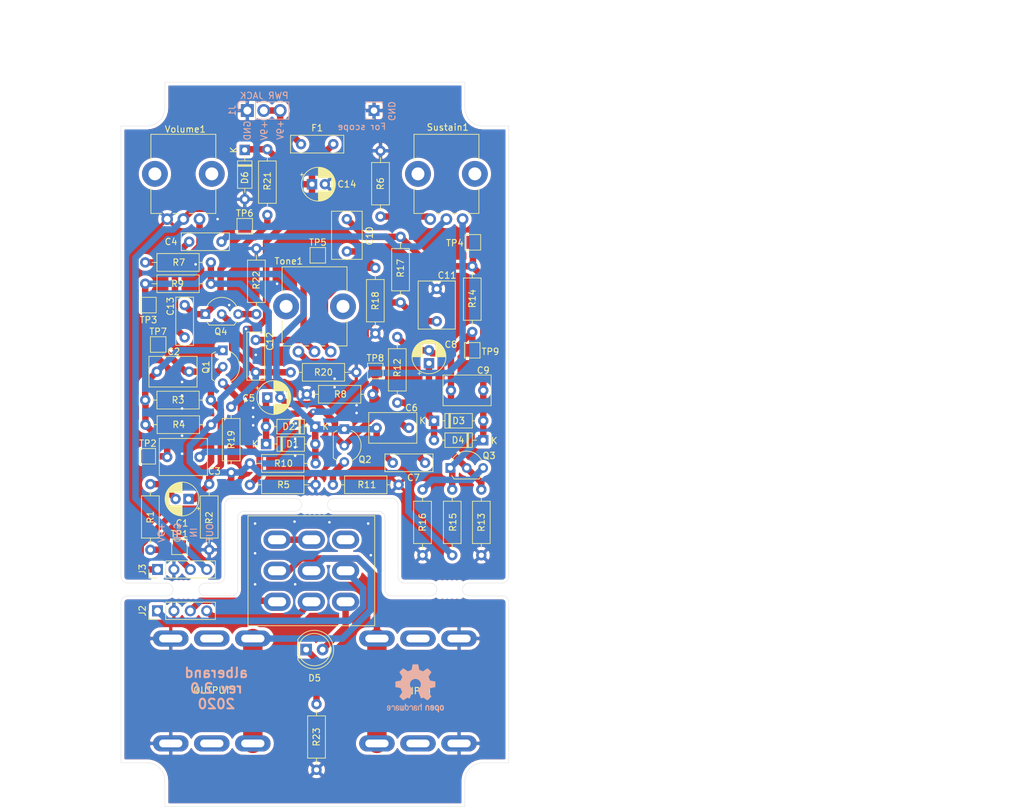
<source format=kicad_pcb>
(kicad_pcb (version 20171130) (host pcbnew 5.1.9)
  (title_block (title "Guitar Fuzz Pedal") (date 2020-08-29) (company alberand))
  (layers (0 F.Cu signal) (31 B.Cu signal) (34 B.Paste user hide) (35 F.Paste user hide) (36 B.SilkS user) (37 F.SilkS user) (38 B.Mask user hide) (39 F.Mask user hide) (44 Edge.Cuts user))
  (net 0 "")
  (net 1 GND)
  (net 2 "Net-(C1-Pad2)")
  (net 3 "Net-(C1-Pad1)")
  (net 4 "Net-(C2-Pad1)")
  (net 5 "Net-(C3-Pad1)")
  (net 6 "Net-(C4-Pad2)")
  (net 7 "Net-(C4-Pad1)")
  (net 8 "Net-(C5-Pad2)")
  (net 9 "Net-(C5-Pad1)")
  (net 10 "Net-(C6-Pad1)")
  (net 11 "Net-(C7-Pad1)")
  (net 12 "Net-(C8-Pad2)")
  (net 13 "Net-(C8-Pad1)")
  (net 14 "Net-(C10-Pad2)")
  (net 15 "Net-(C10-Pad1)")
  (net 16 "Net-(C11-Pad1)")
  (net 17 "Net-(C12-Pad2)")
  (net 18 "Net-(C12-Pad1)")
  (net 19 "Net-(C13-Pad2)")
  (net 20 "Net-(C13-Pad1)")
  (net 21 +9V)
  (net 22 "Net-(D5-Pad1)")
  (net 23 "Net-(Q1-Pad3)")
  (net 24 "Net-(Q2-Pad3)")
  (net 25 "Net-(Q3-Pad3)")
  (net 26 "Net-(Q4-Pad3)")
  (net 27 /INPUT)
  (net 28 "Net-(R6-Pad1)")
  (net 29 /OUTPUT)
  (net 30 "Net-(J5-PadT)")
  (net 31 "Net-(S1-Pad1)")
  (net 32 "Net-(J4-PadT)")
  (net 33 "Net-(D5-Pad2)")
  (net 34 "Net-(S1-Pad7)")
  (net 35 "Net-(F1-Pad1)")
  (module bigmuffpi:SF17020F-0302-21R-L (layer F.Cu) (at 146.6 123.9)
    (fp_text reference S1 hide)
    (fp_text value 3PDT-foot-switch)
    (pad 7 thru_hole oval (at 5.3 -4.8) (size 4.2 2.8) (drill oval 2.8 1.4) (layers *.Cu *.Mask) (net 34 "Net-(S1-Pad7)"))
    (pad 9 thru_hole oval (at 5.3 4.8) (size 4.2 2.8) (drill oval 2.8 1.4) (layers *.Cu *.Mask) (net 33 "Net-(D5-Pad2)"))
    (pad 8 thru_hole oval (at 5.3 0) (size 4.2 2.8) (drill oval 2.8 1.4) (layers *.Cu *.Mask) (net 21 +9V))
    (pad 6 thru_hole oval (at 0 4.8) (size 4.2 2.8) (drill oval 2.8 1.4) (layers *.Cu *.Mask) (net 29 /OUTPUT))
    (pad 2 thru_hole oval (at -5.3 0) (size 4.2 2.8) (drill oval 2.8 1.4) (layers *.Cu *.Mask) (net 30 "Net-(J5-PadT)"))
    (pad 4 thru_hole oval (at 0 -4.8) (size 4.2 2.8) (drill oval 2.8 1.4) (layers *.Cu *.Mask) (net 31 "Net-(S1-Pad1)"))
    (pad 3 thru_hole oval (at -5.3 4.8) (size 4.2 2.8) (drill oval 2.8 1.4) (layers *.Cu *.Mask) (net 27 /INPUT))
    (pad 1 thru_hole oval (at -5.3 -4.8) (size 4.2 2.8) (drill oval 2.8 1.4) (layers *.Cu *.Mask) (net 31 "Net-(S1-Pad1)"))
    (pad 5 thru_hole oval (at 0 0) (size 4.2 2.8) (drill oval 2.8 1.4) (layers *.Cu *.Mask) (net 32 "Net-(J4-PadT)"))
  )
  (module Connector_PinHeader_2.54mm:PinHeader_1x03_P2.54mm_Vertical (layer B.Cu) (at 136.7 52.7 270)
    (fp_text reference J1 (at 0 2.33 270) (layer B.SilkS) (effects (justify mirror)))
    (fp_text value "PWR JACK" (at -2.3 -2.6 180) (layer B.SilkS) (effects (justify mirror)))
    (pad 3 thru_hole oval (at 0 -5.08 270) (size 2 2) (drill 1.2) (layers *.Cu *.Mask) (net 35 "Net-(F1-Pad1)"))
    (pad 2 thru_hole oval (at 0 -2.54 270) (size 2 2) (drill 1.2) (layers *.Cu *.Mask) (net 35 "Net-(F1-Pad1)"))
    (pad 1 thru_hole rect (at 0 0 270) (size 2 2) (drill 1.2) (layers *.Cu *.Mask) (net 1 GND))
  )
  (module bigmuffpi:NMJ6HC-S (layer F.Cu) (at 163.1 142.5)
    (fp_text reference INPUT (at 0 0) (layer F.SilkS))
    (fp_text value INPUT)
    (pad R thru_hole oval (at 0 -8.115) (size 5.5 2.5) (drill oval 3.6 1.2) (layers *.Cu *.Mask))
    (pad R thru_hole oval (at 0 8.115) (size 5.5 2.5) (drill oval 3.6 1.2) (layers *.Cu *.Mask))
    (pad S thru_hole oval (at 6.35 8.115) (size 5.5 2.5) (drill oval 3.6 1.2) (layers *.Cu *.Mask) (net 1 GND))
    (pad T thru_hole oval (at -6.35 8.115) (size 5.5 2.5) (drill oval 3.6 1.2) (layers *.Cu *.Mask) (net 30 "Net-(J5-PadT)"))
    (pad S thru_hole oval (at 6.35 -8.115) (size 5.5 2.5) (drill oval 3.6 1.2) (layers *.Cu *.Mask) (net 1 GND))
    (pad T thru_hole oval (at -6.35 -8.115) (size 5.5 2.5) (drill oval 3.6 1.2) (layers *.Cu *.Mask) (net 30 "Net-(J5-PadT)"))
  )
  (module bigmuffpi:NMJ6HC-S (layer F.Cu) (at 131.2 142.5 180)
    (fp_text reference OUTPUT (at 0 0.1) (layer F.SilkS))
    (fp_text value OUTPUT)
    (pad R thru_hole oval (at 0 -8.115 180) (size 5.5 2.5) (drill oval 3.6 1.2) (layers *.Cu *.Mask))
    (pad R thru_hole oval (at 0 8.115 180) (size 5.5 2.5) (drill oval 3.6 1.2) (layers *.Cu *.Mask))
    (pad S thru_hole oval (at 6.35 8.115 180) (size 5.5 2.5) (drill oval 3.6 1.2) (layers *.Cu *.Mask) (net 1 GND))
    (pad T thru_hole oval (at -6.35 8.115 180) (size 5.5 2.5) (drill oval 3.6 1.2) (layers *.Cu *.Mask) (net 32 "Net-(J4-PadT)"))
    (pad S thru_hole oval (at 6.35 -8.115 180) (size 5.5 2.5) (drill oval 3.6 1.2) (layers *.Cu *.Mask) (net 1 GND))
    (pad T thru_hole oval (at -6.35 -8.115 180) (size 5.5 2.5) (drill oval 3.6 1.2) (layers *.Cu *.Mask) (net 32 "Net-(J4-PadT)"))
  )
  (module Potentiometer_THT:Potentiometer_Alps_RK09K_Single_Vertical (layer F.Cu) (at 126.8 62 90)
    (fp_text reference Volume1 (at 6.4 0.3 180) (layer F.SilkS))
    (fp_text value 100K)
    (pad "" np_thru_hole circle (at -0.5 4.4 90) (size 4 4) (drill 2) (layers *.Cu *.Mask))
    (pad "" np_thru_hole circle (at -0.5 -4.4 90) (size 4 4) (drill 2) (layers *.Cu *.Mask))
    (pad 1 thru_hole circle (at -7.5 2.5 90) (size 1.8 1.8) (drill 1) (layers *.Cu *.Mask) (net 20 "Net-(C13-Pad1)"))
    (pad 2 thru_hole circle (at -7.5 0 90) (size 1.8 1.8) (drill 1) (layers *.Cu *.Mask) (net 29 /OUTPUT))
    (pad 3 thru_hole circle (at -7.5 -2.5 90) (size 1.8 1.8) (drill 1) (layers *.Cu *.Mask) (net 1 GND))
  )
  (module Potentiometer_THT:Potentiometer_Alps_RK09K_Single_Vertical (layer F.Cu) (at 167.5 62 90)
    (fp_text reference Sustain1 (at 6.7 0.2) (layer F.SilkS))
    (fp_text value 100K)
    (pad "" np_thru_hole circle (at -0.5 4.4 90) (size 4 4) (drill 2) (layers *.Cu *.Mask))
    (pad "" np_thru_hole circle (at -0.5 -4.4 90) (size 4 4) (drill 2) (layers *.Cu *.Mask))
    (pad 1 thru_hole circle (at -7.5 2.5 90) (size 1.8 1.8) (drill 1) (layers *.Cu *.Mask) (net 5 "Net-(C3-Pad1)"))
    (pad 2 thru_hole circle (at -7.5 0 90) (size 1.8 1.8) (drill 1) (layers *.Cu *.Mask) (net 6 "Net-(C4-Pad2)"))
    (pad 3 thru_hole circle (at -7.5 -2.5 90) (size 1.8 1.8) (drill 1) (layers *.Cu *.Mask) (net 28 "Net-(R6-Pad1)"))
  )
  (module MouseBite:mouse-bite-2mm-slot (layer F.Cu) (at 127.2 126.8)
    (fp_text reference mouse-bite-2mm-slot hide)
    (fp_text value VAL** hide)
    (pad "" np_thru_hole circle (at 1.5 0.75) (size 0.5 0.5) (drill 0.5) (layers *.Cu *.Mask))
    (pad "" np_thru_hole circle (at -1.5 0.75) (size 0.5 0.5) (drill 0.5) (layers *.Cu *.Mask))
    (pad "" np_thru_hole circle (at -1.5 -0.75) (size 0.5 0.5) (drill 0.5) (layers *.Cu *.Mask))
    (pad "" np_thru_hole circle (at 1.5 -0.75) (size 0.5 0.5) (drill 0.5) (layers *.Cu *.Mask))
    (pad "" np_thru_hole circle (at 0 -0.75) (size 0.5 0.5) (drill 0.5) (layers *.Cu *.Mask))
    (pad "" np_thru_hole circle (at 0 0.75) (size 0.5 0.5) (drill 0.5) (layers *.Cu *.Mask))
    (pad "" np_thru_hole circle (at 0.75 -0.75) (size 0.5 0.5) (drill 0.5) (layers *.Cu *.Mask))
    (pad "" np_thru_hole circle (at -0.75 -0.75) (size 0.5 0.5) (drill 0.5) (layers *.Cu *.Mask))
    (pad "" np_thru_hole circle (at -0.75 0.75) (size 0.5 0.5) (drill 0.5) (layers *.Cu *.Mask))
    (pad "" np_thru_hole circle (at 0.75 0.75) (size 0.5 0.5) (drill 0.5) (layers *.Cu *.Mask))
  )
  (module MouseBite:mouse-bite-2mm-slot (layer F.Cu) (at 147.1 113.7)
    (fp_text reference mouse-bite-2mm-slot hide)
    (fp_text value VAL** hide)
    (pad "" np_thru_hole circle (at 0.75 0.75) (size 0.5 0.5) (drill 0.5) (layers *.Cu *.Mask))
    (pad "" np_thru_hole circle (at -0.75 0.75) (size 0.5 0.5) (drill 0.5) (layers *.Cu *.Mask))
    (pad "" np_thru_hole circle (at -0.75 -0.75) (size 0.5 0.5) (drill 0.5) (layers *.Cu *.Mask))
    (pad "" np_thru_hole circle (at 0.75 -0.75) (size 0.5 0.5) (drill 0.5) (layers *.Cu *.Mask))
    (pad "" np_thru_hole circle (at 0 0.75) (size 0.5 0.5) (drill 0.5) (layers *.Cu *.Mask))
    (pad "" np_thru_hole circle (at 0 -0.75) (size 0.5 0.5) (drill 0.5) (layers *.Cu *.Mask))
    (pad "" np_thru_hole circle (at 1.5 -0.75) (size 0.5 0.5) (drill 0.5) (layers *.Cu *.Mask))
    (pad "" np_thru_hole circle (at -1.5 -0.75) (size 0.5 0.5) (drill 0.5) (layers *.Cu *.Mask))
    (pad "" np_thru_hole circle (at -1.5 0.75) (size 0.5 0.5) (drill 0.5) (layers *.Cu *.Mask))
    (pad "" np_thru_hole circle (at 1.5 0.75) (size 0.5 0.5) (drill 0.5) (layers *.Cu *.Mask))
  )
  (module MouseBite:mouse-bite-2mm-slot (layer F.Cu) (at 168 126.8)
    (fp_text reference mouse-bite-2mm-slot hide)
    (fp_text value VAL** hide)
    (pad "" np_thru_hole circle (at 0.75 0.75) (size 0.5 0.5) (drill 0.5) (layers *.Cu *.Mask))
    (pad "" np_thru_hole circle (at -0.75 0.75) (size 0.5 0.5) (drill 0.5) (layers *.Cu *.Mask))
    (pad "" np_thru_hole circle (at -0.75 -0.75) (size 0.5 0.5) (drill 0.5) (layers *.Cu *.Mask))
    (pad "" np_thru_hole circle (at 0.75 -0.75) (size 0.5 0.5) (drill 0.5) (layers *.Cu *.Mask))
    (pad "" np_thru_hole circle (at 0 0.75) (size 0.5 0.5) (drill 0.5) (layers *.Cu *.Mask))
    (pad "" np_thru_hole circle (at 0 -0.75) (size 0.5 0.5) (drill 0.5) (layers *.Cu *.Mask))
    (pad "" np_thru_hole circle (at 1.5 -0.75) (size 0.5 0.5) (drill 0.5) (layers *.Cu *.Mask))
    (pad "" np_thru_hole circle (at -1.5 -0.75) (size 0.5 0.5) (drill 0.5) (layers *.Cu *.Mask))
    (pad "" np_thru_hole circle (at -1.5 0.75) (size 0.5 0.5) (drill 0.5) (layers *.Cu *.Mask))
    (pad "" np_thru_hole circle (at 1.5 0.75) (size 0.5 0.5) (drill 0.5) (layers *.Cu *.Mask))
  )
  (module Symbol:OSHW-Logo2_9.8x8mm_SilkScreen (layer B.Cu) (at 162.7 142.1 180)
    (fp_text reference REF** hide)
    (fp_text value OSHW-Logo2_9.8x8mm_SilkScreen hide)
  )
  (module Resistor_THT:R_Axial_DIN0207_L6.3mm_D2.5mm_P10.16mm_Horizontal (layer F.Cu) (at 156.5 87.2 90)
    (fp_text reference R18 (at 5.06 0 90) (layer F.SilkS))
    (fp_text value 22K)
    (pad 2 thru_hole oval (at 10.16 0 90) (size 1.6 1.6) (drill 0.8) (layers *.Cu *.Mask) (net 15 "Net-(C10-Pad1)"))
    (pad 1 thru_hole circle (at 0 0 90) (size 1.6 1.6) (drill 0.8) (layers *.Cu *.Mask) (net 1 GND))
  )
  (module TestPoint:TestPoint_Pad_2.0x2.0mm (layer F.Cu) (at 171.6 73.1 90)
    (fp_text reference TP4 (at -0.1 -2.8 180) (layer F.SilkS))
    (fp_text value TestPoint)
    (pad 1 smd rect (at 0 0 90) (size 2 2) (layers F.Cu F.Mask) (net 14 "Net-(C10-Pad2)"))
  )
  (module Capacitor_THT:C_Rect_L7.2mm_W4.5mm_P5.00mm_FKS2_FKP2_MKS2_MKP2 (layer F.Cu) (at 173.2 96 180)
    (fp_text reference C9 (at 0 3.1) (layer F.SilkS))
    (fp_text value 470pF)
    (pad 2 thru_hole circle (at 5 0 180) (size 1.6 1.6) (drill 0.8) (layers *.Cu *.Mask) (net 12 "Net-(C8-Pad2)"))
    (pad 1 thru_hole circle (at 0 0 180) (size 1.6 1.6) (drill 0.8) (layers *.Cu *.Mask) (net 14 "Net-(C10-Pad2)"))
  )
  (module Capacitor_THT:C_Rect_L7.2mm_W4.5mm_P5.00mm_FKS2_FKP2_MKS2_MKP2 (layer F.Cu) (at 156.7 101.8)
    (fp_text reference C6 (at 5.4 -3.1) (layer F.SilkS))
    (fp_text value 470pF)
    (pad 2 thru_hole circle (at 5 0) (size 1.6 1.6) (drill 0.8) (layers *.Cu *.Mask) (net 8 "Net-(C5-Pad2)"))
    (pad 1 thru_hole circle (at 0 0) (size 1.6 1.6) (drill 0.8) (layers *.Cu *.Mask) (net 10 "Net-(C6-Pad1)"))
  )
  (module Resistor_THT:R_Axial_DIN0207_L6.3mm_D2.5mm_P10.16mm_Horizontal (layer F.Cu) (at 160.1 110.6 180)
    (fp_text reference R11 (at 4.9 0) (layer F.SilkS))
    (fp_text value 150)
    (pad 2 thru_hole oval (at 10.16 0 180) (size 1.6 1.6) (drill 0.8) (layers *.Cu *.Mask) (net 24 "Net-(Q2-Pad3)"))
    (pad 1 thru_hole circle (at 0 0 180) (size 1.6 1.6) (drill 0.8) (layers *.Cu *.Mask) (net 1 GND))
  )
  (module Capacitor_THT:C_Rect_L7.2mm_W2.5mm_P5.00mm_FKS2_FKP2_MKS2_MKP2 (layer F.Cu) (at 127 87.8 90)
    (fp_text reference C13 (at 4.8 -2.2 90) (layer F.SilkS))
    (fp_text value 100nF)
    (pad 2 thru_hole circle (at 5 0 90) (size 1.6 1.6) (drill 0.8) (layers *.Cu *.Mask) (net 19 "Net-(C13-Pad2)"))
    (pad 1 thru_hole circle (at 0 0 90) (size 1.6 1.6) (drill 0.8) (layers *.Cu *.Mask) (net 20 "Net-(C13-Pad1)"))
  )
  (module Capacitor_THT:C_Rect_L7.2mm_W2.5mm_P5.00mm_FKS2_FKP2_MKS2_MKP2 (layer F.Cu) (at 138 93.2 90)
    (fp_text reference C12 (at 4.8 2.2 90) (layer F.SilkS))
    (fp_text value 100nF)
    (pad 2 thru_hole circle (at 5 0 90) (size 1.6 1.6) (drill 0.8) (layers *.Cu *.Mask) (net 17 "Net-(C12-Pad2)"))
    (pad 1 thru_hole circle (at 0 0 90) (size 1.6 1.6) (drill 0.8) (layers *.Cu *.Mask) (net 18 "Net-(C12-Pad1)"))
  )
  (module Capacitor_THT:C_Rect_L7.2mm_W5.5mm_P5.00mm_FKS2_FKP2_MKS2_MKP2 (layer F.Cu) (at 166 85.3 90)
    (fp_text reference C11 (at 7.1 1.6 180) (layer F.SilkS))
    (fp_text value 10nF)
    (pad 2 thru_hole circle (at 5 0 90) (size 1.6 1.6) (drill 0.8) (layers *.Cu *.Mask) (net 1 GND))
    (pad 1 thru_hole circle (at 0 0 90) (size 1.6 1.6) (drill 0.8) (layers *.Cu *.Mask) (net 16 "Net-(C11-Pad1)"))
  )
  (module Capacitor_THT:C_Rect_L7.2mm_W4.5mm_P5.00mm_FKS2_FKP2_MKS2_MKP2 (layer F.Cu) (at 152.1 74.5 90)
    (fp_text reference C10 (at 2.4 3.5 90) (layer F.SilkS))
    (fp_text value 3.9nF)
    (pad 2 thru_hole circle (at 5 0 90) (size 1.6 1.6) (drill 0.8) (layers *.Cu *.Mask) (net 14 "Net-(C10-Pad2)"))
    (pad 1 thru_hole circle (at 0 0 90) (size 1.6 1.6) (drill 0.8) (layers *.Cu *.Mask) (net 15 "Net-(C10-Pad1)"))
  )
  (module Capacitor_THT:C_Rect_L7.2mm_W2.5mm_P5.00mm_FKS2_FKP2_MKS2_MKP2 (layer F.Cu) (at 164.2 107.2 180)
    (fp_text reference C7 (at 1.8 -2.3) (layer F.SilkS))
    (fp_text value 100nF)
    (pad 2 thru_hole circle (at 5 0 180) (size 1.6 1.6) (drill 0.8) (layers *.Cu *.Mask) (net 10 "Net-(C6-Pad1)"))
    (pad 1 thru_hole circle (at 0 0 180) (size 1.6 1.6) (drill 0.8) (layers *.Cu *.Mask) (net 11 "Net-(C7-Pad1)"))
  )
  (module Capacitor_THT:C_Rect_L7.2mm_W2.5mm_P5.00mm_FKS2_FKP2_MKS2_MKP2 (layer F.Cu) (at 127.7 73)
    (fp_text reference C4 (at -2.8 0) (layer F.SilkS))
    (fp_text value 100nF)
    (pad 2 thru_hole circle (at 5 0) (size 1.6 1.6) (drill 0.8) (layers *.Cu *.Mask) (net 6 "Net-(C4-Pad2)"))
    (pad 1 thru_hole circle (at 0 0) (size 1.6 1.6) (drill 0.8) (layers *.Cu *.Mask) (net 7 "Net-(C4-Pad1)"))
  )
  (module Capacitor_THT:C_Rect_L7.2mm_W5.5mm_P5.00mm_FKS2_FKP2_MKS2_MKP2 (layer F.Cu) (at 129.3 106.3 180)
    (fp_text reference C3 (at -2.3 -2.2) (layer F.SilkS))
    (fp_text value 1uF)
    (pad 2 thru_hole circle (at 5 0 180) (size 1.6 1.6) (drill 0.8) (layers *.Cu *.Mask) (net 4 "Net-(C2-Pad1)"))
    (pad 1 thru_hole circle (at 0 0 180) (size 1.6 1.6) (drill 0.8) (layers *.Cu *.Mask) (net 5 "Net-(C3-Pad1)"))
  )
  (module Capacitor_THT:C_Rect_L7.2mm_W4.5mm_P5.00mm_FKS2_FKP2_MKS2_MKP2 (layer F.Cu) (at 122.7 93.1)
    (fp_text reference C2 (at 2.6 -3.1) (layer F.SilkS))
    (fp_text value 470pF)
    (pad 2 thru_hole circle (at 5 0) (size 1.6 1.6) (drill 0.8) (layers *.Cu *.Mask) (net 3 "Net-(C1-Pad1)"))
    (pad 1 thru_hole circle (at 0 0) (size 1.6 1.6) (drill 0.8) (layers *.Cu *.Mask) (net 4 "Net-(C2-Pad1)"))
  )
  (module Potentiometer_THT:Potentiometer_Alps_RK09K_Single_Vertical (layer F.Cu) (at 147.1 82.6 90)
    (fp_text reference Tone1 (at 6.6 -4) (layer F.SilkS))
    (fp_text value 100K)
    (pad "" np_thru_hole circle (at -0.4 4.4 90) (size 4 4) (drill 2) (layers *.Cu *.Mask))
    (pad "" np_thru_hole circle (at -0.4 -4.4 90) (size 4 4) (drill 2) (layers *.Cu *.Mask))
    (pad 1 thru_hole circle (at -7.4 2.5 90) (size 1.8 1.8) (drill 1) (layers *.Cu *.Mask) (net 15 "Net-(C10-Pad1)"))
    (pad 2 thru_hole circle (at -7.4 0 90) (size 1.8 1.8) (drill 1) (layers *.Cu *.Mask) (net 17 "Net-(C12-Pad2)"))
    (pad 3 thru_hole circle (at -7.4 -2.5 90) (size 1.8 1.8) (drill 1) (layers *.Cu *.Mask) (net 16 "Net-(C11-Pad1)"))
  )
  (module TestPoint:TestPoint_Pad_2.0x2.0mm (layer F.Cu) (at 136.3 70.6)
    (fp_text reference TP6 (at 0 -1.998) (layer F.SilkS))
    (fp_text value "Output Signal")
    (pad 1 smd rect (at 0 0) (size 2 2) (layers F.Cu F.Mask) (net 29 /OUTPUT))
  )
  (module TestPoint:TestPoint_Pad_2.0x2.0mm (layer F.Cu) (at 147.6 75.1)
    (fp_text reference TP5 (at 0 -2 180) (layer F.SilkS))
    (fp_text value "Tone Control")
    (pad 1 smd rect (at 0 0) (size 2 2) (layers F.Cu F.Mask) (net 17 "Net-(C12-Pad2)"))
  )
  (module TestPoint:TestPoint_Pad_2.0x2.0mm (layer F.Cu) (at 121.4 82.8)
    (fp_text reference TP3 (at 0 2.3) (layer F.SilkS))
    (fp_text value TestPoint)
    (pad 1 smd rect (at 0 0) (size 2 2) (layers F.Cu F.Mask) (net 10 "Net-(C6-Pad1)"))
  )
  (module TestPoint:TestPoint_Pad_2.0x2.0mm (layer F.Cu) (at 121.3 106.2 270)
    (fp_text reference TP2 (at -2 0 180) (layer F.SilkS))
    (fp_text value "Amplified & Inverted")
    (pad 1 smd rect (at 0 0 270) (size 2 2) (layers F.Cu F.Mask) (net 4 "Net-(C2-Pad1)"))
  )
  (module TestPoint:TestPoint_Pad_2.0x2.0mm (layer F.Cu) (at 126.2 120.2)
    (fp_text reference TP1 (at 0 -1.998) (layer F.SilkS))
    (fp_text value "Input Signal")
    (pad 1 smd rect (at 0 0) (size 2 2) (layers F.Cu F.Mask) (net 27 /INPUT))
  )
  (module Resistor_THT:R_Axial_DIN0207_L6.3mm_D2.5mm_P10.16mm_Horizontal (layer F.Cu) (at 147.4 154.7 90)
    (fp_text reference R23 (at 5.08 0 90) (layer F.SilkS))
    (fp_text value 390)
    (pad 2 thru_hole oval (at 10.16 0 90) (size 1.6 1.6) (drill 0.8) (layers *.Cu *.Mask) (net 22 "Net-(D5-Pad1)"))
    (pad 1 thru_hole circle (at 0 0 90) (size 1.6 1.6) (drill 0.8) (layers *.Cu *.Mask) (net 1 GND))
  )
  (module Resistor_THT:R_Axial_DIN0207_L6.3mm_D2.5mm_P10.16mm_Horizontal (layer F.Cu) (at 138.1 84.2 90)
    (fp_text reference R22 (at 5.26 0 90) (layer F.SilkS))
    (fp_text value 3K3)
    (pad 2 thru_hole oval (at 10.16 0 90) (size 1.6 1.6) (drill 0.8) (layers *.Cu *.Mask) (net 1 GND))
    (pad 1 thru_hole circle (at 0 0 90) (size 1.6 1.6) (drill 0.8) (layers *.Cu *.Mask) (net 26 "Net-(Q4-Pad3)"))
  )
  (module Resistor_THT:R_Axial_DIN0207_L6.3mm_D2.5mm_P10.16mm_Horizontal (layer F.Cu) (at 139.8 58.7 270)
    (fp_text reference R21 (at 4.9 0 90) (layer F.SilkS))
    (fp_text value 15K)
    (pad 2 thru_hole oval (at 10.16 0 270) (size 1.6 1.6) (drill 0.8) (layers *.Cu *.Mask) (net 19 "Net-(C13-Pad2)"))
    (pad 1 thru_hole circle (at 0 0 270) (size 1.6 1.6) (drill 0.8) (layers *.Cu *.Mask) (net 21 +9V))
  )
  (module Resistor_THT:R_Axial_DIN0207_L6.3mm_D2.5mm_P10.16mm_Horizontal (layer F.Cu) (at 143.4 93.2)
    (fp_text reference R20 (at 5.08 0) (layer F.SilkS))
    (fp_text value 100K)
    (pad 2 thru_hole oval (at 10.16 0) (size 1.6 1.6) (drill 0.8) (layers *.Cu *.Mask) (net 1 GND))
    (pad 1 thru_hole circle (at 0 0) (size 1.6 1.6) (drill 0.8) (layers *.Cu *.Mask) (net 18 "Net-(C12-Pad1)"))
  )
  (module Resistor_THT:R_Axial_DIN0207_L6.3mm_D2.5mm_P10.16mm_Horizontal (layer F.Cu) (at 134.2 108.7 90)
    (fp_text reference R19 (at 5.08 0 90) (layer F.SilkS))
    (fp_text value 430K)
    (pad 2 thru_hole oval (at 10.16 0 90) (size 1.6 1.6) (drill 0.8) (layers *.Cu *.Mask) (net 18 "Net-(C12-Pad1)"))
    (pad 1 thru_hole circle (at 0 0 90) (size 1.6 1.6) (drill 0.8) (layers *.Cu *.Mask) (net 21 +9V))
  )
  (module Resistor_THT:R_Axial_DIN0207_L6.3mm_D2.5mm_P10.16mm_Horizontal (layer F.Cu) (at 160.4 82.4 90)
    (fp_text reference R17 (at 5.3 0 90) (layer F.SilkS))
    (fp_text value 39K)
    (pad 2 thru_hole oval (at 10.16 0 90) (size 1.6 1.6) (drill 0.8) (layers *.Cu *.Mask) (net 14 "Net-(C10-Pad2)"))
    (pad 1 thru_hole circle (at 0 0 90) (size 1.6 1.6) (drill 0.8) (layers *.Cu *.Mask) (net 16 "Net-(C11-Pad1)"))
  )
  (module Resistor_THT:R_Axial_DIN0207_L6.3mm_D2.5mm_P10.16mm_Horizontal (layer F.Cu) (at 163.8 121.5 90)
    (fp_text reference R16 (at 5.1 0 90) (layer F.SilkS))
    (fp_text value 150)
    (pad 2 thru_hole oval (at 10.16 0 90) (size 1.6 1.6) (drill 0.8) (layers *.Cu *.Mask) (net 25 "Net-(Q3-Pad3)"))
    (pad 1 thru_hole circle (at 0 0 90) (size 1.6 1.6) (drill 0.8) (layers *.Cu *.Mask) (net 1 GND))
  )
  (module Resistor_THT:R_Axial_DIN0207_L6.3mm_D2.5mm_P10.16mm_Horizontal (layer F.Cu) (at 168.4 121.5 90)
    (fp_text reference R15 (at 5.1 0.1 90) (layer F.SilkS))
    (fp_text value 10K)
    (pad 2 thru_hole oval (at 10.16 0 90) (size 1.6 1.6) (drill 0.8) (layers *.Cu *.Mask) (net 14 "Net-(C10-Pad2)"))
    (pad 1 thru_hole circle (at 0 0 90) (size 1.6 1.6) (drill 0.8) (layers *.Cu *.Mask) (net 21 +9V))
  )
  (module Resistor_THT:R_Axial_DIN0207_L6.3mm_D2.5mm_P10.16mm_Horizontal (layer F.Cu) (at 171.5 76.8 270)
    (fp_text reference R14 (at 5 0 90) (layer F.SilkS))
    (fp_text value 470K)
    (pad 2 thru_hole oval (at 10.16 0 270) (size 1.6 1.6) (drill 0.8) (layers *.Cu *.Mask) (net 12 "Net-(C8-Pad2)"))
    (pad 1 thru_hole circle (at 0 0 270) (size 1.6 1.6) (drill 0.8) (layers *.Cu *.Mask) (net 14 "Net-(C10-Pad2)"))
  )
  (module Resistor_THT:R_Axial_DIN0207_L6.3mm_D2.5mm_P10.16mm_Horizontal (layer F.Cu) (at 172.9 121.5 90)
    (fp_text reference R13 (at 5.08 0 90) (layer F.SilkS))
    (fp_text value 100K)
    (pad 2 thru_hole oval (at 10.16 0 90) (size 1.6 1.6) (drill 0.8) (layers *.Cu *.Mask) (net 12 "Net-(C8-Pad2)"))
    (pad 1 thru_hole circle (at 0 0 90) (size 1.6 1.6) (drill 0.8) (layers *.Cu *.Mask) (net 1 GND))
  )
  (module Resistor_THT:R_Axial_DIN0207_L6.3mm_D2.5mm_P10.16mm_Horizontal (layer F.Cu) (at 159.9 97.9 90)
    (fp_text reference R12 (at 5.4 0 90) (layer F.SilkS))
    (fp_text value 10K)
    (pad 2 thru_hole oval (at 10.16 0 90) (size 1.6 1.6) (drill 0.8) (layers *.Cu *.Mask) (net 12 "Net-(C8-Pad2)"))
    (pad 1 thru_hole circle (at 0 0 90) (size 1.6 1.6) (drill 0.8) (layers *.Cu *.Mask) (net 11 "Net-(C7-Pad1)"))
  )
  (module Resistor_THT:R_Axial_DIN0207_L6.3mm_D2.5mm_P10.16mm_Horizontal (layer F.Cu) (at 137.1 107.3)
    (fp_text reference R10 (at 5.2 0) (layer F.SilkS))
    (fp_text value 10K)
    (pad 2 thru_hole oval (at 10.16 0) (size 1.6 1.6) (drill 0.8) (layers *.Cu *.Mask) (net 10 "Net-(C6-Pad1)"))
    (pad 1 thru_hole circle (at 0 0) (size 1.6 1.6) (drill 0.8) (layers *.Cu *.Mask) (net 21 +9V))
  )
  (module Resistor_THT:R_Axial_DIN0207_L6.3mm_D2.5mm_P10.16mm_Horizontal (layer F.Cu) (at 120.9 79.5)
    (fp_text reference R9 (at 5 0) (layer F.SilkS))
    (fp_text value 470K)
    (pad 2 thru_hole oval (at 10.16 0) (size 1.6 1.6) (drill 0.8) (layers *.Cu *.Mask) (net 8 "Net-(C5-Pad2)"))
    (pad 1 thru_hole circle (at 0 0) (size 1.6 1.6) (drill 0.8) (layers *.Cu *.Mask) (net 10 "Net-(C6-Pad1)"))
  )
  (module Resistor_THT:R_Axial_DIN0207_L6.3mm_D2.5mm_P10.16mm_Horizontal (layer F.Cu) (at 145.9 96.6)
    (fp_text reference R8 (at 5.2 0) (layer F.SilkS))
    (fp_text value 100K)
    (pad 2 thru_hole oval (at 10.16 0) (size 1.6 1.6) (drill 0.8) (layers *.Cu *.Mask) (net 8 "Net-(C5-Pad2)"))
    (pad 1 thru_hole circle (at 0 0) (size 1.6 1.6) (drill 0.8) (layers *.Cu *.Mask) (net 1 GND))
  )
  (module Resistor_THT:R_Axial_DIN0207_L6.3mm_D2.5mm_P10.16mm_Horizontal (layer F.Cu) (at 120.9 76.2)
    (fp_text reference R7 (at 5.2 0) (layer F.SilkS))
    (fp_text value 10K)
    (pad 2 thru_hole oval (at 10.16 0) (size 1.6 1.6) (drill 0.8) (layers *.Cu *.Mask) (net 8 "Net-(C5-Pad2)"))
    (pad 1 thru_hole circle (at 0 0) (size 1.6 1.6) (drill 0.8) (layers *.Cu *.Mask) (net 7 "Net-(C4-Pad1)"))
  )
  (module Resistor_THT:R_Axial_DIN0207_L6.3mm_D2.5mm_P10.16mm_Horizontal (layer F.Cu) (at 157.3 69.1 90)
    (fp_text reference R6 (at 5.08 0 90) (layer F.SilkS))
    (fp_text value 1K)
    (pad 2 thru_hole oval (at 10.16 0 90) (size 1.6 1.6) (drill 0.8) (layers *.Cu *.Mask) (net 1 GND))
    (pad 1 thru_hole circle (at 0 0 90) (size 1.6 1.6) (drill 0.8) (layers *.Cu *.Mask) (net 28 "Net-(R6-Pad1)"))
  )
  (module Resistor_THT:R_Axial_DIN0207_L6.3mm_D2.5mm_P10.16mm_Horizontal (layer F.Cu) (at 137.1 110.6)
    (fp_text reference R5 (at 5.2 0) (layer F.SilkS))
    (fp_text value 100)
    (pad 2 thru_hole oval (at 10.16 0) (size 1.6 1.6) (drill 0.8) (layers *.Cu *.Mask) (net 1 GND))
    (pad 1 thru_hole circle (at 0 0) (size 1.6 1.6) (drill 0.8) (layers *.Cu *.Mask) (net 23 "Net-(Q1-Pad3)"))
  )
  (module Resistor_THT:R_Axial_DIN0207_L6.3mm_D2.5mm_P10.16mm_Horizontal (layer F.Cu) (at 131.1 101.3 180)
    (fp_text reference R4 (at 5 0) (layer F.SilkS))
    (fp_text value 10K)
    (pad 2 thru_hole oval (at 10.16 0 180) (size 1.6 1.6) (drill 0.8) (layers *.Cu *.Mask) (net 4 "Net-(C2-Pad1)"))
    (pad 1 thru_hole circle (at 0 0 180) (size 1.6 1.6) (drill 0.8) (layers *.Cu *.Mask) (net 21 +9V))
  )
  (module Resistor_THT:R_Axial_DIN0207_L6.3mm_D2.5mm_P10.16mm_Horizontal (layer F.Cu) (at 120.9 97.5)
    (fp_text reference R3 (at 5.08 0) (layer F.SilkS))
    (fp_text value 470K)
    (pad 2 thru_hole oval (at 10.16 0) (size 1.6 1.6) (drill 0.8) (layers *.Cu *.Mask) (net 3 "Net-(C1-Pad1)"))
    (pad 1 thru_hole circle (at 0 0) (size 1.6 1.6) (drill 0.8) (layers *.Cu *.Mask) (net 4 "Net-(C2-Pad1)"))
  )
  (module Resistor_THT:R_Axial_DIN0207_L6.3mm_D2.5mm_P10.16mm_Horizontal (layer F.Cu) (at 130.8 110.5 270)
    (fp_text reference R2 (at 5.2 0 90) (layer F.SilkS))
    (fp_text value 47K)
    (pad 2 thru_hole oval (at 10.16 0 270) (size 1.6 1.6) (drill 0.8) (layers *.Cu *.Mask) (net 1 GND))
    (pad 1 thru_hole circle (at 0 0 270) (size 1.6 1.6) (drill 0.8) (layers *.Cu *.Mask) (net 3 "Net-(C1-Pad1)"))
  )
  (module Resistor_THT:R_Axial_DIN0207_L6.3mm_D2.5mm_P10.16mm_Horizontal (layer F.Cu) (at 121.7 110.5 270)
    (fp_text reference R1 (at 5.1 0 90) (layer F.SilkS))
    (fp_text value 39K)
    (pad 2 thru_hole oval (at 10.16 0 270) (size 1.6 1.6) (drill 0.8) (layers *.Cu *.Mask) (net 27 /INPUT))
    (pad 1 thru_hole circle (at 0 0 270) (size 1.6 1.6) (drill 0.8) (layers *.Cu *.Mask) (net 2 "Net-(C1-Pad2)"))
  )
  (module Diode_THT:D_DO-35_SOD27_P7.62mm_Horizontal (layer F.Cu) (at 136.3 58.8 270)
    (fp_text reference D6 (at 4.3 0 90) (layer F.SilkS))
    (fp_text value 1N914)
    (fp_text user K (at 0 1.7 90) (layer F.SilkS))
    (pad 2 thru_hole oval (at 7.62 0 270) (size 1.6 1.6) (drill 0.8) (layers *.Cu *.Mask) (net 1 GND))
    (pad 1 thru_hole rect (at 0 0 270) (size 1.6 1.6) (drill 0.8) (layers *.Cu *.Mask) (net 21 +9V))
  )
  (module LED_THT:LED_D5.0mm (layer F.Cu) (at 145.8 136.1)
    (fp_text reference D5 (at 1.3 4.4) (layer F.SilkS))
    (fp_text value LED)
    (pad 2 thru_hole circle (at 2.54 0) (size 1.8 1.8) (drill 0.9) (layers *.Cu *.Mask) (net 33 "Net-(D5-Pad2)"))
    (pad 1 thru_hole rect (at 0 0) (size 1.8 1.8) (drill 0.9) (layers *.Cu *.Mask) (net 22 "Net-(D5-Pad1)"))
  )
  (module Diode_THT:D_DO-35_SOD27_P7.62mm_Horizontal (layer F.Cu) (at 173.2 103.7 180)
    (fp_text reference D4 (at 3.9 0) (layer F.SilkS))
    (fp_text value 1N914)
    (fp_text user K (at -1.7 -0.1) (layer F.SilkS))
    (pad 2 thru_hole oval (at 7.62 0 180) (size 1.6 1.6) (drill 0.8) (layers *.Cu *.Mask) (net 13 "Net-(C8-Pad1)"))
    (pad 1 thru_hole rect (at 0 0 180) (size 1.6 1.6) (drill 0.8) (layers *.Cu *.Mask) (net 14 "Net-(C10-Pad2)"))
  )
  (module Diode_THT:D_DO-35_SOD27_P7.62mm_Horizontal (layer F.Cu) (at 165.58 100.7)
    (fp_text reference D3 (at 3.81 0) (layer F.SilkS))
    (fp_text value 1N914)
    (fp_text user K (at -1.78 0) (layer F.SilkS))
    (pad 2 thru_hole oval (at 7.62 0) (size 1.6 1.6) (drill 0.8) (layers *.Cu *.Mask) (net 14 "Net-(C10-Pad2)"))
    (pad 1 thru_hole rect (at 0 0) (size 1.6 1.6) (drill 0.8) (layers *.Cu *.Mask) (net 13 "Net-(C8-Pad1)"))
  )
  (module Diode_THT:D_DO-35_SOD27_P7.62mm_Horizontal (layer F.Cu) (at 147.2 101.6 180)
    (fp_text reference D2 (at 4.1 0) (layer F.SilkS))
    (fp_text value 1N914)
    (fp_text user K (at -1.6 0) (layer F.SilkS))
    (pad 2 thru_hole oval (at 7.62 0 180) (size 1.6 1.6) (drill 0.8) (layers *.Cu *.Mask) (net 9 "Net-(C5-Pad1)"))
    (pad 1 thru_hole rect (at 0 0 180) (size 1.6 1.6) (drill 0.8) (layers *.Cu *.Mask) (net 10 "Net-(C6-Pad1)"))
  )
  (module Diode_THT:D_DO-35_SOD27_P7.62mm_Horizontal (layer F.Cu) (at 139.6 104.3)
    (fp_text reference D1 (at 4.1 0) (layer F.SilkS))
    (fp_text value 1N914)
    (fp_text user K (at -1.7 0) (layer F.SilkS))
    (pad 2 thru_hole oval (at 7.62 0) (size 1.6 1.6) (drill 0.8) (layers *.Cu *.Mask) (net 10 "Net-(C6-Pad1)"))
    (pad 1 thru_hole rect (at 0 0) (size 1.6 1.6) (drill 0.8) (layers *.Cu *.Mask) (net 9 "Net-(C5-Pad1)"))
  )
  (module Capacitor_THT:CP_Radial_D5.0mm_P2.00mm (layer F.Cu) (at 164.8 91.8 90)
    (fp_text reference C8 (at 2.9 3.4 180) (layer F.SilkS))
    (fp_text value 1uF)
    (pad 2 thru_hole circle (at 2 0 90) (size 1.6 1.6) (drill 0.8) (layers *.Cu *.Mask) (net 12 "Net-(C8-Pad2)"))
    (pad 1 thru_hole rect (at 0 0 90) (size 1.6 1.6) (drill 0.8) (layers *.Cu *.Mask) (net 13 "Net-(C8-Pad1)"))
  )
  (module Capacitor_THT:CP_Radial_D5.0mm_P2.00mm (layer F.Cu) (at 139.8 97.1)
    (fp_text reference C5 (at -2.9 0.1) (layer F.SilkS))
    (fp_text value 1uF)
    (pad 2 thru_hole circle (at 2 0) (size 1.6 1.6) (drill 0.8) (layers *.Cu *.Mask) (net 8 "Net-(C5-Pad2)"))
    (pad 1 thru_hole rect (at 0 0) (size 1.6 1.6) (drill 0.8) (layers *.Cu *.Mask) (net 9 "Net-(C5-Pad1)"))
  )
  (module Capacitor_THT:CP_Radial_D5.0mm_P2.00mm (layer F.Cu) (at 127.6 112.8 180)
    (fp_text reference C1 (at 1 -3.75) (layer F.SilkS))
    (fp_text value 1uF)
    (pad 2 thru_hole circle (at 2 0 180) (size 1.6 1.6) (drill 0.8) (layers *.Cu *.Mask) (net 2 "Net-(C1-Pad2)"))
    (pad 1 thru_hole rect (at 0 0 180) (size 1.6 1.6) (drill 0.8) (layers *.Cu *.Mask) (net 3 "Net-(C1-Pad1)"))
  )
  (module Capacitor_THT:CP_Radial_D5.0mm_P2.00mm (layer F.Cu) (at 146.7 64.1)
    (fp_text reference C14 (at 5.4 0) (layer F.SilkS))
    (fp_text value 1uF)
    (pad 1 thru_hole rect (at 0 0) (size 1.6 1.6) (drill 0.8) (layers *.Cu *.Mask) (net 21 +9V))
    (pad 2 thru_hole circle (at 2 0) (size 1.6 1.6) (drill 0.8) (layers *.Cu *.Mask) (net 1 GND))
  )
  (module Capacitor_THT:C_Disc_D8.0mm_W2.5mm_P5.00mm (layer F.Cu) (at 145 57.9)
    (fp_text reference F1 (at 2.5 -2.5) (layer F.SilkS))
    (fp_text value PPTC)
    (pad 1 thru_hole circle (at 0 0) (size 1.6 1.6) (drill 0.8) (layers *.Cu *.Mask) (net 35 "Net-(F1-Pad1)"))
    (pad 2 thru_hole circle (at 5 0) (size 1.6 1.6) (drill 0.8) (layers *.Cu *.Mask) (net 21 +9V))
  )
  (module Package_TO_SOT_THT:TO-92L_Inline_Wide (layer F.Cu) (at 132.9 89.8 270)
    (fp_text reference Q1 (at 2.6 2.6 90) (layer F.SilkS))
    (fp_text value BC239)
    (pad 1 thru_hole rect (at 0 0) (size 1.5 1.5) (drill 0.8) (layers *.Cu *.Mask) (net 4 "Net-(C2-Pad1)"))
    (pad 3 thru_hole circle (at 5.08 0) (size 1.5 1.5) (drill 0.8) (layers *.Cu *.Mask) (net 23 "Net-(Q1-Pad3)"))
    (pad 2 thru_hole circle (at 2.54 0) (size 1.5 1.5) (drill 0.8) (layers *.Cu *.Mask) (net 3 "Net-(C1-Pad1)"))
  )
  (module Package_TO_SOT_THT:TO-92L_Inline_Wide (layer F.Cu) (at 151.7 102 270)
    (fp_text reference Q2 (at 4.7 -3.2 180) (layer F.SilkS))
    (fp_text value BC239)
    (pad 2 thru_hole circle (at 2.54 0) (size 1.5 1.5) (drill 0.8) (layers *.Cu *.Mask) (net 8 "Net-(C5-Pad2)"))
    (pad 3 thru_hole circle (at 5.08 0) (size 1.5 1.5) (drill 0.8) (layers *.Cu *.Mask) (net 24 "Net-(Q2-Pad3)"))
    (pad 1 thru_hole rect (at 0 0) (size 1.5 1.5) (drill 0.8) (layers *.Cu *.Mask) (net 10 "Net-(C6-Pad1)"))
  )
  (module Package_TO_SOT_THT:TO-92L_Inline_Wide (layer F.Cu) (at 168.1 108)
    (fp_text reference Q3 (at 6 -1.9) (layer F.SilkS))
    (fp_text value BC239)
    (pad 1 thru_hole rect (at 0 0 90) (size 1.5 1.5) (drill 0.8) (layers *.Cu *.Mask) (net 14 "Net-(C10-Pad2)"))
    (pad 3 thru_hole circle (at 5.08 0 90) (size 1.5 1.5) (drill 0.8) (layers *.Cu *.Mask) (net 25 "Net-(Q3-Pad3)"))
    (pad 2 thru_hole circle (at 2.54 0 90) (size 1.5 1.5) (drill 0.8) (layers *.Cu *.Mask) (net 12 "Net-(C8-Pad2)"))
  )
  (module Package_TO_SOT_THT:TO-92L_Inline_Wide (layer F.Cu) (at 130.2 84.2)
    (fp_text reference Q4 (at 2.4 2.7) (layer F.SilkS))
    (fp_text value BC239)
    (pad 2 thru_hole circle (at 2.54 0 90) (size 1.5 1.5) (drill 0.8) (layers *.Cu *.Mask) (net 18 "Net-(C12-Pad1)"))
    (pad 3 thru_hole circle (at 5.08 0 90) (size 1.5 1.5) (drill 0.8) (layers *.Cu *.Mask) (net 26 "Net-(Q4-Pad3)"))
    (pad 1 thru_hole rect (at 0 0 90) (size 1.5 1.5) (drill 0.8) (layers *.Cu *.Mask) (net 19 "Net-(C13-Pad2)"))
  )
  (module TestPoint:TestPoint_Pad_2.0x2.0mm (layer F.Cu) (at 122.9 88.9)
    (fp_text reference TP7 (at 0 -1.998) (layer F.SilkS))
    (fp_text value TestPoint)
    (pad 1 smd rect (at 0 0) (size 2 2) (layers F.Cu F.Mask) (net 3 "Net-(C1-Pad1)"))
  )
  (module TestPoint:TestPoint_Pad_2.0x2.0mm (layer F.Cu) (at 156.5 93)
    (fp_text reference TP8 (at 0 -1.998) (layer F.SilkS))
    (fp_text value TestPoint)
    (pad 1 smd rect (at 0 0) (size 2 2) (layers F.Cu F.Mask) (net 8 "Net-(C5-Pad2)"))
  )
  (module TestPoint:TestPoint_Pad_2.0x2.0mm (layer F.Cu) (at 171.5 89.8)
    (fp_text reference TP9 (at 2.8 0.2) (layer F.SilkS))
    (fp_text value TestPoint)
    (pad 1 smd rect (at 0 0) (size 2 2) (layers F.Cu F.Mask) (net 12 "Net-(C8-Pad2)"))
  )
  (module Connector_PinHeader_2.54mm:PinHeader_1x01_P2.54mm_Vertical (layer B.Cu) (at 156.3 52.7)
    (fp_text reference Je hide)
    (fp_text value "GND for scope")
    (pad 1 thru_hole rect (at 0 0) (size 1.7 1.7) (drill 1) (layers *.Cu *.Mask) (net 1 GND))
  )
  (module Connector_PinHeader_2.54mm:PinHeader_1x04_P2.54mm_Vertical (layer F.Cu) (at 122.8 130.1 90)
    (fp_text reference J2 (at 0 -2.33 90) (layer F.SilkS))
    (fp_text value "Wire connector (smol)")
    (pad 1 thru_hole rect (at 0 0 90) (size 1.7 1.7) (drill 1) (layers *.Cu *.Mask) (net 21 +9V))
    (pad 2 thru_hole oval (at 0 2.54 90) (size 1.7 1.7) (drill 1) (layers *.Cu *.Mask) (net 1 GND))
    (pad 3 thru_hole oval (at 0 5.08 90) (size 1.7 1.7) (drill 1) (layers *.Cu *.Mask) (net 27 /INPUT))
    (pad 4 thru_hole oval (at 0 7.62 90) (size 1.7 1.7) (drill 1) (layers *.Cu *.Mask) (net 29 /OUTPUT))
  )
  (module Connector_PinHeader_2.54mm:PinHeader_1x04_P2.54mm_Vertical (layer F.Cu) (at 122.8 123.7 90)
    (fp_text reference J3 (at 0 -2.33 90) (layer F.SilkS))
    (fp_text value "Wire connector (circuit)")
    (pad 4 thru_hole oval (at 0 7.62 90) (size 1.7 1.7) (drill 1) (layers *.Cu *.Mask) (net 29 /OUTPUT))
    (pad 3 thru_hole oval (at 0 5.08 90) (size 1.7 1.7) (drill 1) (layers *.Cu *.Mask) (net 27 /INPUT))
    (pad 2 thru_hole oval (at 0 2.54 90) (size 1.7 1.7) (drill 1) (layers *.Cu *.Mask) (net 1 GND))
    (pad 1 thru_hole rect (at 0 0 90) (size 1.7 1.7) (drill 1) (layers *.Cu *.Mask) (net 21 +9V))
  )
  (gr_text OUT (at 130.9 118 90) (layer B.SilkS) (effects (font (size 1 1)) (justify mirror)))
  (gr_text "For scope" (at 154.4 55.2) (layer B.SilkS) (effects (font (size 1 1)) (justify mirror)))
  (gr_line (start 123.95 160.4) (end 123.95 156.4) (layer Edge.Cuts) (width 0.05))
  (gr_arc (start 121.15 156.4) (end 123.95 156.4) (angle -90) (layer Edge.Cuts) (width 0.05))
  (gr_line (start 117.15 153.6) (end 121.15 153.6) (layer Edge.Cuts) (width 0.05))
  (gr_line (start 177.15 153.6) (end 173.15 153.6) (layer Edge.Cuts) (width 0.05))
  (gr_arc (start 173.15 156.4) (end 173.15 153.6) (angle -90) (layer Edge.Cuts) (width 0.05))
  (gr_line (start 170.35 160.4) (end 170.35 156.4) (layer Edge.Cuts) (width 0.05))
  (gr_line (start 170.35 48.3) (end 170.35 52.3) (layer Edge.Cuts) (width 0.05))
  (gr_arc (start 173.15 52.3) (end 170.35 52.3) (angle -90) (layer Edge.Cuts) (width 0.05))
  (gr_line (start 177.15 55.1) (end 173.15 55.1) (layer Edge.Cuts) (width 0.05))
  (gr_arc (start 121.15 52.3) (end 121.15 55.1) (angle -90) (layer Edge.Cuts) (width 0.05))
  (gr_line (start 123.95 48.3) (end 123.95 52.3) (layer Edge.Cuts) (width 0.05))
  (gr_line (start 117.15 55.1) (end 121.15 55.1) (layer Edge.Cuts) (width 0.05))
  (gr_text IN (at 128.4 118 90) (layer B.SilkS) (effects (font (size 1 1)) (justify mirror)))
  (gr_text GND (at 125.9 118 90) (layer B.SilkS) (effects (font (size 1 1)) (justify mirror)))
  (gr_text +9V (at 123.4 118 90) (layer B.SilkS) (effects (font (size 1 1)) (justify mirror)))
  (gr_text "alberand\nrev 2.0\n2020" (at 131.9 142.1) (layer B.SilkS) (effects (font (size 1.5 1.5) (thickness 0.3)) (justify mirror)))
  (gr_text "GND\n" (at 159 52.8 270) (layer B.SilkS) (effects (font (size 1 1)) (justify mirror)))
  (gr_text +9V (at 139.3 55.8 90) (layer B.SilkS) (effects (font (size 1 1)) (justify mirror)))
  (gr_text +9V (at 141.8 55.7 90) (layer B.SilkS) (effects (font (size 1 1)) (justify mirror)))
  (gr_text "GND\n" (at 136.7 55.8 90) (layer B.SilkS) (effects (font (size 1 1)) (justify mirror)))
  (gr_arc (start 157 115.7) (end 158 115.7) (angle -90) (layer Edge.Cuts) (width 0.05))
  (gr_arc (start 176.15 128.8) (end 177.15 128.8) (angle -90) (layer Edge.Cuts) (width 0.05))
  (gr_arc (start 176.15 124.8) (end 176.15 125.8) (angle -90) (layer Edge.Cuts) (width 0.05))
  (gr_arc (start 118.15 128.8) (end 118.15 127.8) (angle -90) (layer Edge.Cuts) (width 0.05))
  (gr_arc (start 118.15 124.8) (end 117.15 124.8) (angle -90) (layer Edge.Cuts) (width 0.05))
  (gr_arc (start 132.2 124.8) (end 132.2 125.8) (angle -90) (layer Edge.Cuts) (width 0.05))
  (gr_arc (start 134.2 126.8) (end 134.2 127.8) (angle -90) (layer Edge.Cuts) (width 0.05))
  (gr_arc (start 124.2 126.8) (end 124.2 127.8) (angle -180) (layer Edge.Cuts) (width 0.05))
  (gr_arc (start 130.2 126.8) (end 130.2 125.8) (angle -180) (layer Edge.Cuts) (width 0.05))
  (gr_arc (start 134.2 113.7) (end 134.2 112.7) (angle -90) (layer Edge.Cuts) (width 0.05))
  (gr_arc (start 136.2 115.7) (end 136.2 114.7) (angle -90) (layer Edge.Cuts) (width 0.05))
  (gr_arc (start 144.1 113.7) (end 144.1 114.7) (angle -180) (layer Edge.Cuts) (width 0.05))
  (gr_arc (start 150.1 113.7) (end 150.1 112.7) (angle -180) (layer Edge.Cuts) (width 0.05))
  (gr_arc (start 159 113.7) (end 160 113.7) (angle -90) (layer Edge.Cuts) (width 0.05))
  (gr_arc (start 161 124.8) (end 160 124.8) (angle -90) (layer Edge.Cuts) (width 0.05))
  (gr_arc (start 159 126.8) (end 158 126.8) (angle -90) (layer Edge.Cuts) (width 0.05))
  (gr_arc (start 165 126.8) (end 165 127.8) (angle -180) (layer Edge.Cuts) (width 0.05))
  (gr_arc (start 171 126.8) (end 171 125.8) (angle -180) (layer Edge.Cuts) (width 0.05))
  (gr_line (start 176.15 127.8) (end 171 127.8) (layer Edge.Cuts) (width 0.05))
  (gr_line (start 161 125.8) (end 165 125.8) (layer Edge.Cuts) (width 0.05))
  (gr_line (start 171 125.8) (end 176.15 125.8) (layer Edge.Cuts) (width 0.05))
  (gr_line (start 165 127.8) (end 159 127.8) (layer Edge.Cuts) (width 0.05))
  (gr_line (start 160 123.4) (end 160 124.8) (layer Edge.Cuts) (width 0.05))
  (gr_line (start 158 126.8) (end 158 123.4) (layer Edge.Cuts) (width 0.05))
  (gr_line (start 160 123.4) (end 160 113.7) (layer Edge.Cuts) (width 0.05))
  (gr_line (start 158 115.7) (end 158 123.4) (layer Edge.Cuts) (width 0.05))
  (gr_line (start 159 112.7) (end 150.1 112.7) (layer Edge.Cuts) (width 0.05))
  (gr_line (start 150.1 114.7) (end 157 114.7) (layer Edge.Cuts) (width 0.05))
  (gr_line (start 134.2 112.7) (end 144.1 112.7) (layer Edge.Cuts) (width 0.05))
  (gr_line (start 144.1 114.7) (end 136.2 114.7) (layer Edge.Cuts) (width 0.05))
  (gr_line (start 133.2 123.4) (end 133.2 113.7) (layer Edge.Cuts) (width 0.05))
  (gr_line (start 135.2 115.7) (end 135.2 123.4) (layer Edge.Cuts) (width 0.05))
  (gr_line (start 135.2 126.8) (end 135.2 123.4) (layer Edge.Cuts) (width 0.05))
  (gr_line (start 133.2 123.4) (end 133.2 124.8) (layer Edge.Cuts) (width 0.05))
  (gr_line (start 130.2 127.8) (end 134.2 127.8) (layer Edge.Cuts) (width 0.05))
  (gr_line (start 124.2 125.8) (end 118.15 125.8) (layer Edge.Cuts) (width 0.05))
  (gr_line (start 132.2 125.8) (end 130.2 125.8) (layer Edge.Cuts) (width 0.05))
  (gr_line (start 118.15 127.8) (end 124.2 127.8) (layer Edge.Cuts) (width 0.05))
  (gr_line (start 123.95 48.3) (end 170.35 48.3) (layer Edge.Cuts) (width 0.05))
  (gr_line (start 177.15 153.6) (end 177.15 128.8) (layer Edge.Cuts) (width 0.05))
  (gr_line (start 117.15 153.6) (end 117.15 128.8) (layer Edge.Cuts) (width 0.05))
  (gr_line (start 177.15 124.8) (end 177.15 55.1) (layer Edge.Cuts) (width 0.05))
  (gr_line (start 123.95 160.4) (end 170.35 160.4) (layer Edge.Cuts) (width 0.05))
  (gr_line (start 117.15 55.1) (end 117.15 124.8) (layer Edge.Cuts) (width 0.05))
  (via (at 132.1 69.5) (size 0.8) (drill 0.4) (layers F.Cu B.Cu) (net 1))
  (via (at 128.7 76.5) (size 0.8) (drill 0.4) (layers F.Cu B.Cu) (net 1))
  (via (at 144.1 106.1) (size 0.8) (drill 0.4) (layers F.Cu B.Cu) (net 1))
  (via (at 144.1 104.8) (size 0.8) (drill 0.4) (layers F.Cu B.Cu) (net 1))
  (via (at 144.1 103.5) (size 0.8) (drill 0.4) (layers F.Cu B.Cu) (net 1))
  (via (at 137.6 101.4) (size 0.8) (drill 0.4) (layers F.Cu B.Cu) (net 1))
  (via (at 137.6 100.1) (size 0.8) (drill 0.4) (layers F.Cu B.Cu) (net 1))
  (via (at 137.6 98.7) (size 0.8) (drill 0.4) (layers F.Cu B.Cu) (net 1))
  (via (at 138 90.5) (size 0.8) (drill 0.4) (layers F.Cu B.Cu) (net 1))
  (via (at 141.3 79.5) (size 0.8) (drill 0.4) (layers F.Cu B.Cu) (net 1))
  (via (at 137.9 126) (size 0.8) (drill 0.4) (layers F.Cu B.Cu) (net 1))
  (via (at 144.1 126) (size 0.8) (drill 0.4) (layers F.Cu B.Cu) (net 1))
  (via (at 137.9 121.2) (size 0.8) (drill 0.4) (layers F.Cu B.Cu) (net 1))
  (via (at 137.9 116.6) (size 0.8) (drill 0.4) (layers F.Cu B.Cu) (net 1))
  (via (at 144 116.3) (size 0.8) (drill 0.4) (layers F.Cu B.Cu) (net 1))
  (via (at 149.4 116.4) (size 0.8) (drill 0.4) (layers F.Cu B.Cu) (net 1))
  (via (at 155.4 116.6) (size 0.8) (drill 0.4) (layers F.Cu B.Cu) (net 1))
  (via (at 155.8 121.5) (size 0.8) (drill 0.4) (layers F.Cu B.Cu) (net 1))
  (via (at 133.9 82.8) (size 0.8) (drill 0.4) (layers F.Cu B.Cu) (net 1))
  (via (at 150.2 94.2) (size 0.8) (drill 0.4) (layers F.Cu B.Cu) (net 1))
  (via (at 150.2 95.5) (size 0.8) (drill 0.4) (layers F.Cu B.Cu) (net 1))
  (via (at 153.6 98.3) (size 0.8) (drill 0.4) (layers F.Cu B.Cu) (net 1))
  (via (at 153.6 99.5) (size 0.8) (drill 0.4) (layers F.Cu B.Cu) (net 1))
  (via (at 126.6 94.7) (size 0.8) (drill 0.4) (layers F.Cu B.Cu) (net 1))
  (via (at 126.6 96.8) (size 0.8) (drill 0.4) (layers F.Cu B.Cu) (net 1))
  (via (at 126.6 98.8) (size 0.8) (drill 0.4) (layers F.Cu B.Cu) (net 1))
  (via (at 126.6 100.8) (size 0.8) (drill 0.4) (layers F.Cu B.Cu) (net 1))
  (via (at 126.6 103) (size 0.8) (drill 0.4) (layers F.Cu B.Cu) (net 1))
  (via (at 126.6 105.8) (size 0.8) (drill 0.4) (layers F.Cu B.Cu) (net 1))
  (segment (start 123.3 110.5) (end 125.6 112.8) (width 1) (layer F.Cu) (net 2))
  (segment (start 121.7 110.5) (end 123.3 110.5) (width 1) (layer F.Cu) (net 2))
  (segment (start 132.14 93.1) (end 132.9 92.34) (width 1) (layer F.Cu) (net 3))
  (segment (start 127.7 93.1) (end 132.14 93.1) (width 1) (layer F.Cu) (net 3))
  (segment (start 127.1 93.1) (end 122.9 88.9) (width 1) (layer F.Cu) (net 3))
  (segment (start 127.7 93.1) (end 127.1 93.1) (width 1) (layer F.Cu) (net 3))
  (segment (start 131.06 94.18) (end 131.06 97.5) (width 1) (layer F.Cu) (net 3))
  (segment (start 132.9 92.34) (end 131.06 94.18) (width 1) (layer F.Cu) (net 3))
  (segment (start 128.5 112.8) (end 130.8 110.5) (width 1) (layer F.Cu) (net 3))
  (segment (start 127.6 112.8) (end 128.5 112.8) (width 1) (layer F.Cu) (net 3))
  (segment (start 132.600001 99.040001) (end 131.06 97.5) (width 1) (layer F.Cu) (net 3))
  (segment (start 130.8 109.36863) (end 132.600001 107.568629) (width 1) (layer F.Cu) (net 3))
  (segment (start 132.600001 107.568629) (end 132.600001 99.040001) (width 1) (layer F.Cu) (net 3))
  (segment (start 130.8 110.5) (end 130.8 109.36863) (width 1) (layer F.Cu) (net 3))
  (segment (start 126 89.8) (end 122.7 93.1) (width 1) (layer B.Cu) (net 4))
  (segment (start 132.9 89.8) (end 126 89.8) (width 1) (layer B.Cu) (net 4))
  (segment (start 124.3 104.66) (end 120.94 101.3) (width 1) (layer F.Cu) (net 4))
  (segment (start 124.3 106.3) (end 124.3 104.66) (width 1) (layer F.Cu) (net 4))
  (segment (start 124.2 106.2) (end 124.3 106.3) (width 1) (layer F.Cu) (net 4))
  (segment (start 121.3 106.2) (end 124.2 106.2) (width 1) (layer F.Cu) (net 4))
  (segment (start 120.94 97.54) (end 120.9 97.5) (width 1) (layer F.Cu) (net 4))
  (segment (start 120.94 101.3) (end 120.94 97.54) (width 1) (layer F.Cu) (net 4))
  (segment (start 120.9 94.9) (end 122.7 93.1) (width 1) (layer F.Cu) (net 4))
  (segment (start 120.9 97.5) (end 120.9 94.9) (width 1) (layer F.Cu) (net 4))
  (segment (start 170 91.1) (end 170 69.5) (width 1) (layer B.Cu) (net 5))
  (segment (start 142.199999 104.560003) (end 142.199999 103.100001) (width 1) (layer B.Cu) (net 5))
  (segment (start 140.960001 105.800001) (end 142.199999 104.560003) (width 1) (layer B.Cu) (net 5))
  (segment (start 138.239999 105.800001) (end 140.960001 105.800001) (width 1) (layer B.Cu) (net 5))
  (segment (start 137.939999 105.500001) (end 138.239999 105.800001) (width 1) (layer B.Cu) (net 5))
  (segment (start 130.099999 105.500001) (end 137.939999 105.500001) (width 1) (layer B.Cu) (net 5))
  (segment (start 129.3 106.3) (end 130.099999 105.500001) (width 1) (layer B.Cu) (net 5))
  (segment (start 142.199999 103.100001) (end 144.2 101.1) (width 1) (layer B.Cu) (net 5))
  (via (at 144.2 101.1) (size 0.8) (drill 0.4) (layers F.Cu B.Cu) (net 5))
  (segment (start 144.2 101.1) (end 145.1 101.1) (width 1) (layer F.Cu) (net 5))
  (via (at 146.9 99.3) (size 0.8) (drill 0.4) (layers F.Cu B.Cu) (net 5))
  (segment (start 145.1 101.1) (end 146.9 99.3) (width 1) (layer F.Cu) (net 5))
  (segment (start 167.799999 93.300001) (end 170 91.1) (width 1) (layer B.Cu) (net 5))
  (segment (start 155.680001 93.300001) (end 167.799999 93.300001) (width 1) (layer B.Cu) (net 5))
  (segment (start 149.680002 99.3) (end 155.680001 93.300001) (width 1) (layer B.Cu) (net 5))
  (segment (start 146.9 99.3) (end 149.680002 99.3) (width 1) (layer B.Cu) (net 5))
  (segment (start 163.259999 73.740001) (end 167.5 69.5) (width 1) (layer B.Cu) (net 6))
  (segment (start 159.679999 73.740001) (end 163.259999 73.740001) (width 1) (layer B.Cu) (net 6))
  (segment (start 158.139999 72.200001) (end 159.679999 73.740001) (width 1) (layer B.Cu) (net 6))
  (segment (start 133.499999 72.200001) (end 158.139999 72.200001) (width 1) (layer B.Cu) (net 6))
  (segment (start 132.7 73) (end 133.499999 72.200001) (width 1) (layer B.Cu) (net 6))
  (segment (start 124.5 76.2) (end 127.7 73) (width 1) (layer F.Cu) (net 7))
  (segment (start 120.9 76.2) (end 124.5 76.2) (width 1) (layer F.Cu) (net 7))
  (segment (start 161.26 101.8) (end 156.06 96.6) (width 1) (layer F.Cu) (net 8))
  (segment (start 161.7 101.8) (end 161.26 101.8) (width 1) (layer F.Cu) (net 8))
  (segment (start 156.5 96.16) (end 156.06 96.6) (width 1) (layer F.Cu) (net 8))
  (segment (start 156.5 93) (end 156.5 96.16) (width 1) (layer F.Cu) (net 8))
  (segment (start 156.06 100.18) (end 156.06 96.6) (width 1) (layer F.Cu) (net 8))
  (segment (start 151.7 104.54) (end 156.06 100.18) (width 1) (layer F.Cu) (net 8))
  (segment (start 131.06 76.2) (end 131.06 79.5) (width 1) (layer F.Cu) (net 8))
  (segment (start 141.8 96.239998) (end 141.8 97.1) (width 1) (layer B.Cu) (net 8))
  (segment (start 139.999999 94.439997) (end 141.8 96.239998) (width 1) (layer B.Cu) (net 8))
  (segment (start 139.999999 83.879997) (end 139.999999 94.439997) (width 1) (layer B.Cu) (net 8))
  (segment (start 135.620002 79.5) (end 139.999999 83.879997) (width 1) (layer B.Cu) (net 8))
  (segment (start 131.06 79.5) (end 135.620002 79.5) (width 1) (layer B.Cu) (net 8))
  (segment (start 150.249999 100.952929) (end 150.249999 103.089999) (width 1) (layer F.Cu) (net 8))
  (segment (start 147.397061 98.099991) (end 150.249999 100.952929) (width 1) (layer F.Cu) (net 8))
  (segment (start 150.249999 103.089999) (end 151.7 104.54) (width 1) (layer F.Cu) (net 8))
  (segment (start 146.402939 98.099991) (end 147.397061 98.099991) (width 1) (layer F.Cu) (net 8))
  (segment (start 146.402929 98.100001) (end 146.402939 98.099991) (width 1) (layer F.Cu) (net 8))
  (segment (start 142.800001 98.100001) (end 146.402929 98.100001) (width 1) (layer F.Cu) (net 8))
  (segment (start 141.8 97.1) (end 142.800001 98.100001) (width 1) (layer F.Cu) (net 8))
  (segment (start 139.6 101.62) (end 139.58 101.6) (width 1) (layer F.Cu) (net 9))
  (segment (start 139.6 104.3) (end 139.6 101.62) (width 1) (layer F.Cu) (net 9))
  (segment (start 139.58 97.32) (end 139.8 97.1) (width 1) (layer F.Cu) (net 9))
  (segment (start 139.58 101.6) (end 139.58 97.32) (width 1) (layer F.Cu) (net 9))
  (segment (start 156.7 104.7) (end 159.2 107.2) (width 1) (layer F.Cu) (net 10))
  (segment (start 156.7 101.8) (end 156.7 104.7) (width 1) (layer F.Cu) (net 10))
  (segment (start 156.5 102) (end 156.7 101.8) (width 1) (layer B.Cu) (net 10))
  (segment (start 151.7 102) (end 156.5 102) (width 1) (layer B.Cu) (net 10))
  (segment (start 147.6 102) (end 147.2 101.6) (width 1) (layer B.Cu) (net 10))
  (segment (start 151.7 102) (end 147.6 102) (width 1) (layer B.Cu) (net 10))
  (segment (start 147.2 104.28) (end 147.22 104.3) (width 1) (layer F.Cu) (net 10))
  (segment (start 147.2 101.6) (end 147.2 104.28) (width 1) (layer F.Cu) (net 10))
  (segment (start 147.22 107.26) (end 147.26 107.3) (width 1) (layer F.Cu) (net 10))
  (segment (start 147.22 104.3) (end 147.22 107.26) (width 1) (layer F.Cu) (net 10))
  (segment (start 120.9 82.3) (end 121.4 82.8) (width 1) (layer F.Cu) (net 10))
  (segment (start 120.9 79.5) (end 120.9 82.3) (width 1) (layer F.Cu) (net 10))
  (segment (start 143.300001 97.700001) (end 147.2 101.6) (width 1) (layer B.Cu) (net 10))
  (segment (start 141.200009 88.495993) (end 141.200009 93.942937) (width 1) (layer B.Cu) (net 10))
  (segment (start 143.300001 96.042929) (end 143.300001 97.700001) (width 1) (layer B.Cu) (net 10))
  (segment (start 145.400001 84.296001) (end 141.200009 88.495993) (width 1) (layer B.Cu) (net 10))
  (segment (start 145.400001 81.703999) (end 145.400001 84.296001) (width 1) (layer B.Cu) (net 10))
  (segment (start 141.200009 93.942937) (end 143.300001 96.042929) (width 1) (layer B.Cu) (net 10))
  (segment (start 130.339999 77.999999) (end 141.696001 77.999999) (width 1) (layer B.Cu) (net 10))
  (segment (start 128.839998 79.5) (end 130.339999 77.999999) (width 1) (layer B.Cu) (net 10))
  (segment (start 141.696001 77.999999) (end 145.400001 81.703999) (width 1) (layer B.Cu) (net 10))
  (segment (start 120.9 79.5) (end 128.839998 79.5) (width 1) (layer B.Cu) (net 10))
  (segment (start 161.03137 97.9) (end 159.9 97.9) (width 1) (layer F.Cu) (net 11))
  (segment (start 163.400001 100.268631) (end 161.03137 97.9) (width 1) (layer F.Cu) (net 11))
  (segment (start 163.400001 106.400001) (end 163.400001 100.268631) (width 1) (layer F.Cu) (net 11))
  (segment (start 164.2 107.2) (end 163.400001 106.400001) (width 1) (layer F.Cu) (net 11))
  (segment (start 172.9 110.26) (end 170.64 108) (width 1) (layer F.Cu) (net 12))
  (segment (start 172.9 111.34) (end 172.9 110.26) (width 1) (layer F.Cu) (net 12))
  (segment (start 168.2 105.56) (end 170.64 108) (width 1) (layer F.Cu) (net 12))
  (segment (start 168.2 96) (end 168.2 105.56) (width 1) (layer F.Cu) (net 12))
  (segment (start 168.2 90.26) (end 171.5 86.96) (width 1) (layer F.Cu) (net 12))
  (segment (start 168.2 96) (end 168.2 90.26) (width 1) (layer F.Cu) (net 12))
  (segment (start 171.5 89.8) (end 171.5 86.96) (width 1) (layer F.Cu) (net 12))
  (segment (start 165.26 90.26) (end 164.8 89.8) (width 1) (layer F.Cu) (net 12))
  (segment (start 168.2 90.26) (end 165.26 90.26) (width 1) (layer F.Cu) (net 12))
  (segment (start 161.96 89.8) (end 159.9 87.74) (width 1) (layer F.Cu) (net 12))
  (segment (start 164.8 89.8) (end 161.96 89.8) (width 1) (layer F.Cu) (net 12))
  (segment (start 165.58 103.7) (end 165.58 100.7) (width 1) (layer F.Cu) (net 13))
  (segment (start 164.8 99.92) (end 165.58 100.7) (width 1) (layer F.Cu) (net 13))
  (segment (start 164.8 91.8) (end 164.8 99.92) (width 1) (layer F.Cu) (net 13))
  (segment (start 168.4 108.3) (end 168.1 108) (width 1) (layer F.Cu) (net 14))
  (segment (start 168.4 111.34) (end 168.4 108.3) (width 1) (layer F.Cu) (net 14))
  (segment (start 173.2 103.7) (end 173.2 100.7) (width 1) (layer F.Cu) (net 14))
  (segment (start 173.2 100.7) (end 173.2 96) (width 1) (layer F.Cu) (net 14))
  (segment (start 164.96 76.8) (end 160.4 72.24) (width 1) (layer F.Cu) (net 14))
  (segment (start 171.5 76.8) (end 164.96 76.8) (width 1) (layer F.Cu) (net 14))
  (segment (start 171.6 76.7) (end 171.5 76.8) (width 1) (layer F.Cu) (net 14))
  (segment (start 171.6 73.1) (end 171.6 76.7) (width 1) (layer F.Cu) (net 14))
  (segment (start 154.84 72.24) (end 152.1 69.5) (width 1) (layer F.Cu) (net 14))
  (segment (start 160.4 72.24) (end 154.84 72.24) (width 1) (layer F.Cu) (net 14))
  (segment (start 173.2 78.5) (end 171.5 76.8) (width 1) (layer F.Cu) (net 14))
  (segment (start 173.2 96) (end 173.2 78.5) (width 1) (layer F.Cu) (net 14))
  (segment (start 172.4 103.7) (end 173.2 103.7) (width 1) (layer B.Cu) (net 14))
  (segment (start 168.1 108) (end 172.4 103.7) (width 1) (layer B.Cu) (net 14))
  (segment (start 153.96 74.5) (end 156.5 77.04) (width 1) (layer F.Cu) (net 15))
  (segment (start 152.1 74.5) (end 153.96 74.5) (width 1) (layer F.Cu) (net 15))
  (segment (start 153.463998 77.04) (end 156.5 77.04) (width 1) (layer F.Cu) (net 15))
  (segment (start 148.700001 81.803997) (end 153.463998 77.04) (width 1) (layer F.Cu) (net 15))
  (segment (start 148.700001 89.100001) (end 148.700001 81.803997) (width 1) (layer F.Cu) (net 15))
  (segment (start 149.6 90) (end 148.700001 89.100001) (width 1) (layer F.Cu) (net 15))
  (segment (start 163.3 85.3) (end 160.4 82.4) (width 1) (layer F.Cu) (net 16))
  (segment (start 166 85.3) (end 163.3 85.3) (width 1) (layer F.Cu) (net 16))
  (segment (start 159.079998 82.4) (end 160.4 82.4) (width 1) (layer F.Cu) (net 16))
  (segment (start 150.999999 91.600001) (end 154.999999 87.600001) (width 1) (layer F.Cu) (net 16))
  (segment (start 146.200001 91.600001) (end 150.999999 91.600001) (width 1) (layer F.Cu) (net 16))
  (segment (start 154.999999 86.479999) (end 159.079998 82.4) (width 1) (layer F.Cu) (net 16))
  (segment (start 154.999999 87.600001) (end 154.999999 86.479999) (width 1) (layer F.Cu) (net 16))
  (segment (start 144.6 90) (end 146.200001 91.600001) (width 1) (layer F.Cu) (net 16))
  (segment (start 145.3 88.2) (end 147.1 90) (width 1) (layer F.Cu) (net 17))
  (segment (start 138 88.2) (end 145.3 88.2) (width 1) (layer F.Cu) (net 17))
  (segment (start 145.400001 77.299999) (end 147.6 75.1) (width 1) (layer F.Cu) (net 17))
  (segment (start 145.400001 88.099999) (end 145.400001 77.299999) (width 1) (layer F.Cu) (net 17))
  (segment (start 145.3 88.2) (end 145.400001 88.099999) (width 1) (layer F.Cu) (net 17))
  (segment (start 134.350001 89.550001) (end 138 93.2) (width 1) (layer F.Cu) (net 18))
  (segment (start 134.350001 85.810001) (end 134.350001 89.550001) (width 1) (layer F.Cu) (net 18))
  (segment (start 132.74 84.2) (end 134.350001 85.810001) (width 1) (layer F.Cu) (net 18))
  (segment (start 138 93.2) (end 143.4 93.2) (width 1) (layer F.Cu) (net 18))
  (segment (start 138 94.74) (end 134.2 98.54) (width 1) (layer B.Cu) (net 18))
  (segment (start 138 93.2) (end 138 94.74) (width 1) (layer B.Cu) (net 18))
  (segment (start 128.4 84.2) (end 127 82.8) (width 1) (layer F.Cu) (net 19))
  (segment (start 130.2 84.2) (end 128.4 84.2) (width 1) (layer F.Cu) (net 19))
  (segment (start 137.860001 72.300001) (end 139.8 70.360002) (width 1) (layer F.Cu) (net 19))
  (segment (start 137.499999 72.300001) (end 137.860001 72.300001) (width 1) (layer F.Cu) (net 19))
  (segment (start 132.560001 77.239999) (end 137.499999 72.300001) (width 1) (layer F.Cu) (net 19))
  (segment (start 132.560001 81.839999) (end 132.560001 77.239999) (width 1) (layer F.Cu) (net 19))
  (segment (start 139.8 70.360002) (end 139.8 68.86) (width 1) (layer F.Cu) (net 19))
  (segment (start 130.2 84.2) (end 132.560001 81.839999) (width 1) (layer F.Cu) (net 19))
  (segment (start 129.3 73.620002) (end 129.3 69.5) (width 1) (layer F.Cu) (net 20))
  (segment (start 125.499999 77.420003) (end 129.3 73.620002) (width 1) (layer F.Cu) (net 20))
  (segment (start 125.499999 86.299999) (end 125.499999 77.420003) (width 1) (layer F.Cu) (net 20))
  (segment (start 127 87.8) (end 125.499999 86.299999) (width 1) (layer F.Cu) (net 20))
  (segment (start 146.7 61.2) (end 150 57.9) (width 1) (layer F.Cu) (net 21))
  (segment (start 146.7 64.1) (end 146.7 61.2) (width 1) (layer F.Cu) (net 21))
  (segment (start 145.2 64.1) (end 139.8 58.7) (width 1) (layer F.Cu) (net 21))
  (segment (start 146.7 64.1) (end 145.2 64.1) (width 1) (layer F.Cu) (net 21))
  (segment (start 136.4 58.7) (end 136.3 58.8) (width 1) (layer F.Cu) (net 21))
  (segment (start 139.8 58.7) (end 136.4 58.7) (width 1) (layer F.Cu) (net 21))
  (segment (start 135.7 108.7) (end 137.1 107.3) (width 1) (layer B.Cu) (net 21))
  (segment (start 134.2 108.7) (end 135.7 108.7) (width 1) (layer B.Cu) (net 21))
  (segment (start 129.479998 108.7) (end 134.2 108.7) (width 1) (layer B.Cu) (net 21))
  (segment (start 127.799999 104.600001) (end 127.799999 107.020001) (width 1) (layer B.Cu) (net 21))
  (segment (start 127.799999 107.020001) (end 129.479998 108.7) (width 1) (layer B.Cu) (net 21))
  (segment (start 131.1 101.3) (end 127.799999 104.600001) (width 1) (layer B.Cu) (net 21))
  (segment (start 134.2 109.83137) (end 134.2 108.7) (width 1) (layer F.Cu) (net 21))
  (segment (start 129.731369 114.300001) (end 134.2 109.83137) (width 1) (layer F.Cu) (net 21))
  (segment (start 125.839997 114.300001) (end 129.731369 114.300001) (width 1) (layer F.Cu) (net 21))
  (segment (start 120.199999 119.939999) (end 125.839997 114.300001) (width 1) (layer F.Cu) (net 21))
  (segment (start 120.199999 122.949999) (end 120.199999 119.939999) (width 1) (layer F.Cu) (net 21))
  (segment (start 120.95 123.7) (end 120.199999 122.949999) (width 1) (layer F.Cu) (net 21))
  (segment (start 122.8 123.7) (end 120.95 123.7) (width 1) (layer F.Cu) (net 21))
  (segment (start 139.600001 84.920001) (end 138.020002 86.5) (width 1) (layer F.Cu) (net 21))
  (segment (start 139.600001 72.999999) (end 139.600001 84.920001) (width 1) (layer F.Cu) (net 21))
  (segment (start 146.7 65.9) (end 139.600001 72.999999) (width 1) (layer F.Cu) (net 21))
  (segment (start 146.7 64.1) (end 146.7 65.9) (width 1) (layer F.Cu) (net 21))
  (via (at 136.5 86.5) (size 0.8) (drill 0.4) (layers F.Cu B.Cu) (net 21))
  (segment (start 138.020002 86.5) (end 136.5 86.5) (width 1) (layer F.Cu) (net 21))
  (segment (start 136.5 93.426002) (end 136.5 86.5) (width 1) (layer B.Cu) (net 21))
  (segment (start 132.560001 97.366001) (end 136.5 93.426002) (width 1) (layer B.Cu) (net 21))
  (segment (start 132.560001 99.839999) (end 132.560001 97.366001) (width 1) (layer B.Cu) (net 21))
  (segment (start 131.1 101.3) (end 132.560001 99.839999) (width 1) (layer B.Cu) (net 21))
  (segment (start 138.600001 108.800001) (end 137.1 107.3) (width 1) (layer B.Cu) (net 21))
  (segment (start 160.520003 108.800001) (end 138.600001 108.800001) (width 1) (layer B.Cu) (net 21))
  (segment (start 161.600001 109.879999) (end 160.520003 108.800001) (width 1) (layer B.Cu) (net 21))
  (segment (start 161.600001 114.700001) (end 161.600001 109.879999) (width 1) (layer B.Cu) (net 21))
  (segment (start 168.4 121.5) (end 161.600001 114.700001) (width 1) (layer B.Cu) (net 21))
  (segment (start 154.60001 129.487009) (end 154.60001 126.60001) (width 1) (layer B.Cu) (net 21))
  (segment (start 152.437018 131.650001) (end 154.60001 129.487009) (width 1) (layer B.Cu) (net 21))
  (segment (start 124.350001 131.650001) (end 152.437018 131.650001) (width 1) (layer B.Cu) (net 21))
  (segment (start 154.60001 126.60001) (end 151.9 123.9) (width 1) (layer B.Cu) (net 21))
  (segment (start 122.8 130.1) (end 124.350001 131.650001) (width 1) (layer B.Cu) (net 21))
  (segment (start 147.4 137.7) (end 145.8 136.1) (width 1) (layer F.Cu) (net 22))
  (segment (start 147.4 144.54) (end 147.4 137.7) (width 1) (layer F.Cu) (net 22))
  (segment (start 135.700001 97.680001) (end 132.9 94.88) (width 1) (layer F.Cu) (net 23))
  (segment (start 135.700001 103.260003) (end 135.700001 97.680001) (width 1) (layer F.Cu) (net 23))
  (segment (start 138.600001 106.160003) (end 135.700001 103.260003) (width 1) (layer F.Cu) (net 23))
  (segment (start 138.600001 109.099999) (end 138.600001 106.160003) (width 1) (layer F.Cu) (net 23))
  (segment (start 137.1 110.6) (end 138.600001 109.099999) (width 1) (layer F.Cu) (net 23))
  (segment (start 149.94 108.84) (end 151.7 107.08) (width 1) (layer F.Cu) (net 24))
  (segment (start 149.94 110.6) (end 149.94 108.84) (width 1) (layer F.Cu) (net 24))
  (segment (start 171.340001 109.839999) (end 173.18 108) (width 1) (layer B.Cu) (net 25))
  (segment (start 165.300001 109.839999) (end 171.340001 109.839999) (width 1) (layer B.Cu) (net 25))
  (segment (start 163.8 111.34) (end 165.300001 109.839999) (width 1) (layer B.Cu) (net 25))
  (segment (start 135.28 84.2) (end 138.1 84.2) (width 1) (layer F.Cu) (net 26))
  (segment (start 124.84 120.66) (end 127.88 123.7) (width 1) (layer F.Cu) (net 27))
  (segment (start 121.7 120.66) (end 124.84 120.66) (width 1) (layer F.Cu) (net 27))
  (segment (start 126.2 122.02) (end 127.88 123.7) (width 1) (layer F.Cu) (net 27))
  (segment (start 126.2 120.2) (end 126.2 122.02) (width 1) (layer F.Cu) (net 27))
  (segment (start 141.3 128.4) (end 141.151921 128.548079) (width 1) (layer F.Cu) (net 27))
  (segment (start 141.149999 128.549999) (end 141.3 128.7) (width 1) (layer F.Cu) (net 27))
  (segment (start 129.430001 128.549999) (end 141.149999 128.549999) (width 1) (layer F.Cu) (net 27))
  (segment (start 127.88 130.1) (end 129.430001 128.549999) (width 1) (layer F.Cu) (net 27))
  (segment (start 164.6 69.1) (end 165 69.5) (width 1) (layer F.Cu) (net 28))
  (segment (start 157.3 69.1) (end 164.6 69.1) (width 1) (layer F.Cu) (net 28))
  (segment (start 119.399999 75.479999) (end 119.399999 112.679999) (width 1) (layer B.Cu) (net 29))
  (segment (start 123.779997 71.100001) (end 119.399999 75.479999) (width 1) (layer B.Cu) (net 29))
  (segment (start 125.199999 71.100001) (end 123.779997 71.100001) (width 1) (layer B.Cu) (net 29))
  (segment (start 119.399999 112.679999) (end 130.42 123.7) (width 1) (layer B.Cu) (net 29))
  (segment (start 126.8 69.5) (end 125.199999 71.100001) (width 1) (layer B.Cu) (net 29))
  (segment (start 133.599999 67.899999) (end 136.3 70.6) (width 1) (layer F.Cu) (net 29))
  (segment (start 128.400001 67.899999) (end 133.599999 67.899999) (width 1) (layer F.Cu) (net 29))
  (segment (start 126.8 69.5) (end 128.400001 67.899999) (width 1) (layer F.Cu) (net 29))
  (segment (start 144.350001 130.949999) (end 146.6 128.7) (width 1) (layer F.Cu) (net 29))
  (segment (start 131.269999 130.949999) (end 144.350001 130.949999) (width 1) (layer F.Cu) (net 29))
  (segment (start 130.42 130.1) (end 131.269999 130.949999) (width 1) (layer F.Cu) (net 29))
  (segment (start 156.75 150.615) (end 156.75 134.385) (width 3) (layer F.Cu) (net 30))
  (segment (start 156.75 124.962981) (end 156.75 134.385) (width 1) (layer F.Cu) (net 30))
  (segment (start 153.787009 121.99999) (end 156.75 124.962981) (width 1) (layer F.Cu) (net 30))
  (segment (start 145.012991 121.99999) (end 153.787009 121.99999) (width 1) (layer F.Cu) (net 30))
  (segment (start 143.112981 123.9) (end 145.012991 121.99999) (width 1) (layer F.Cu) (net 30))
  (segment (start 141.3 123.9) (end 143.112981 123.9) (width 1) (layer F.Cu) (net 30))
  (segment (start 141.3 119.1) (end 146.6 119.1) (width 1) (layer F.Cu) (net 31))
  (segment (start 137.55 150.615) (end 137.55 134.385) (width 3) (layer F.Cu) (net 32))
  (segment (start 148.50001 121.99999) (end 153.787009 121.99999) (width 1) (layer B.Cu) (net 32))
  (segment (start 146.6 123.9) (end 148.50001 121.99999) (width 1) (layer B.Cu) (net 32))
  (segment (start 155.80002 129.984069) (end 155.80002 124.013) (width 1) (layer B.Cu) (net 32))
  (segment (start 151.399089 134.385) (end 155.80002 129.984069) (width 1) (layer B.Cu) (net 32))
  (segment (start 155.80002 124.013) (end 154.79351 123.00649) (width 1) (layer B.Cu) (net 32))
  (segment (start 137.55 134.385) (end 151.399089 134.385) (width 1) (layer B.Cu) (net 32))
  (segment (start 154.79351 123.00649) (end 155.80002 124.013001) (width 1) (layer B.Cu) (net 32))
  (segment (start 153.787009 121.99999) (end 154.79351 123.00649) (width 1) (layer B.Cu) (net 32))
  (segment (start 151.9 132.54) (end 148.34 136.1) (width 1) (layer F.Cu) (net 33))
  (segment (start 151.9 128.7) (end 151.9 132.54) (width 1) (layer F.Cu) (net 33))
  (segment (start 139.24 52.7) (end 141.78 52.7) (width 1) (layer F.Cu) (net 35))
  (segment (start 141.78 54.68) (end 145 57.9) (width 1) (layer F.Cu) (net 35))
  (segment (start 141.78 52.7) (end 141.78 54.68) (width 1) (layer F.Cu) (net 35))
  (zone (net 1) (net_name GND) (layer F.Cu) (connect_pads (clearance 0.508)) (min_thickness 0.254) (fill yes (arc_segments 32) (thermal_gap 0.508) (thermal_bridge_width 0.508))
    (polygon (pts (xy 177.15 160.4) (xy 117.15 160.4) (xy 117.15 48.3) (xy 177.15 48.3)))
  )
  (zone (net 1) (net_name GND) (layer B.Cu) (connect_pads (clearance 0.508)) (min_thickness 0.254) (fill yes (arc_segments 32) (thermal_gap 0.508) (thermal_bridge_width 0.508))
    (polygon (pts (xy 177.15 160.4) (xy 117.15 160.4) (xy 117.15 48.3) (xy 177.15 48.3)))
  )
)
</source>
